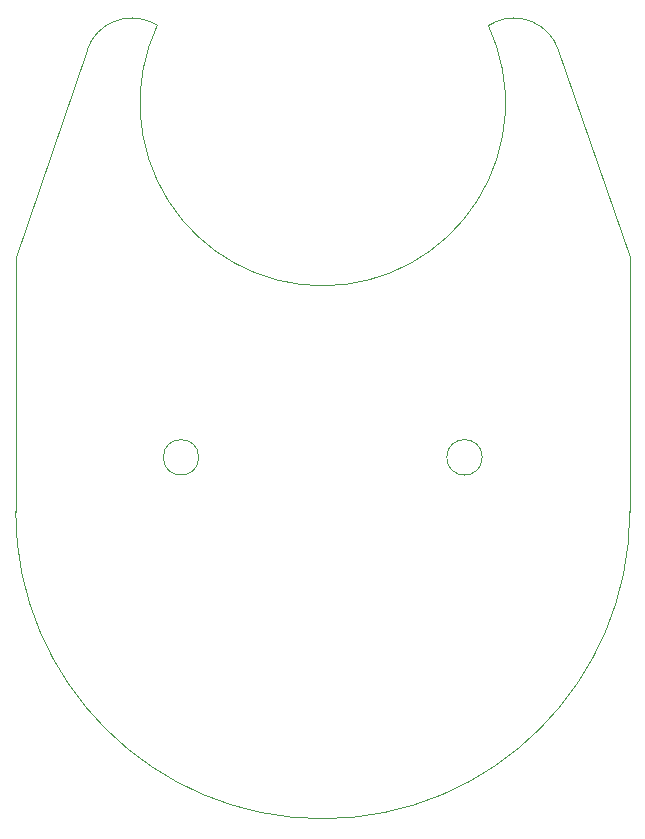
<source format=gbr>
G04 #@! TF.GenerationSoftware,KiCad,Pcbnew,9.0.2*
G04 #@! TF.CreationDate,2025-09-01T17:39:09-04:00*
G04 #@! TF.ProjectId,Trackball,54726163-6b62-4616-9c6c-2e6b69636164,rev?*
G04 #@! TF.SameCoordinates,Original*
G04 #@! TF.FileFunction,Profile,NP*
%FSLAX46Y46*%
G04 Gerber Fmt 4.6, Leading zero omitted, Abs format (unit mm)*
G04 Created by KiCad (PCBNEW 9.0.2) date 2025-09-01 17:39:09*
%MOMM*%
%LPD*%
G01*
G04 APERTURE LIST*
G04 #@! TA.AperFunction,Profile*
%ADD10C,0.050000*%
G04 #@! TD*
G04 APERTURE END LIST*
D10*
X79746440Y-70351386D02*
G75*
G02*
X27746440Y-70351386I-26000000J0D01*
G01*
X79746439Y-48751387D02*
X79746440Y-70351385D01*
X27756536Y-48754415D02*
X27746440Y-70351386D01*
X43246440Y-65751386D02*
G75*
G02*
X40246440Y-65751386I-1500000J0D01*
G01*
X40246440Y-65751386D02*
G75*
G02*
X43246440Y-65751386I1500000J0D01*
G01*
X67746440Y-29151386D02*
G75*
G02*
X39746440Y-29151386I-14000000J-6600000D01*
G01*
X79746439Y-48751387D02*
X73696361Y-31246491D01*
X27756536Y-48754415D02*
X33797774Y-31249094D01*
X39746440Y-29151389D02*
X39270483Y-28929275D01*
X33797774Y-31249094D02*
G75*
G02*
X39270489Y-28929262I3781166J-1304892D01*
G01*
X68224255Y-28928405D02*
G75*
G02*
X73696360Y-31246491I1691545J-3624721D01*
G01*
X67746438Y-29151386D02*
X68224255Y-28928405D01*
X67246440Y-65751386D02*
G75*
G02*
X64246440Y-65751386I-1500000J0D01*
G01*
X64246440Y-65751386D02*
G75*
G02*
X67246440Y-65751386I1500000J0D01*
G01*
M02*

</source>
